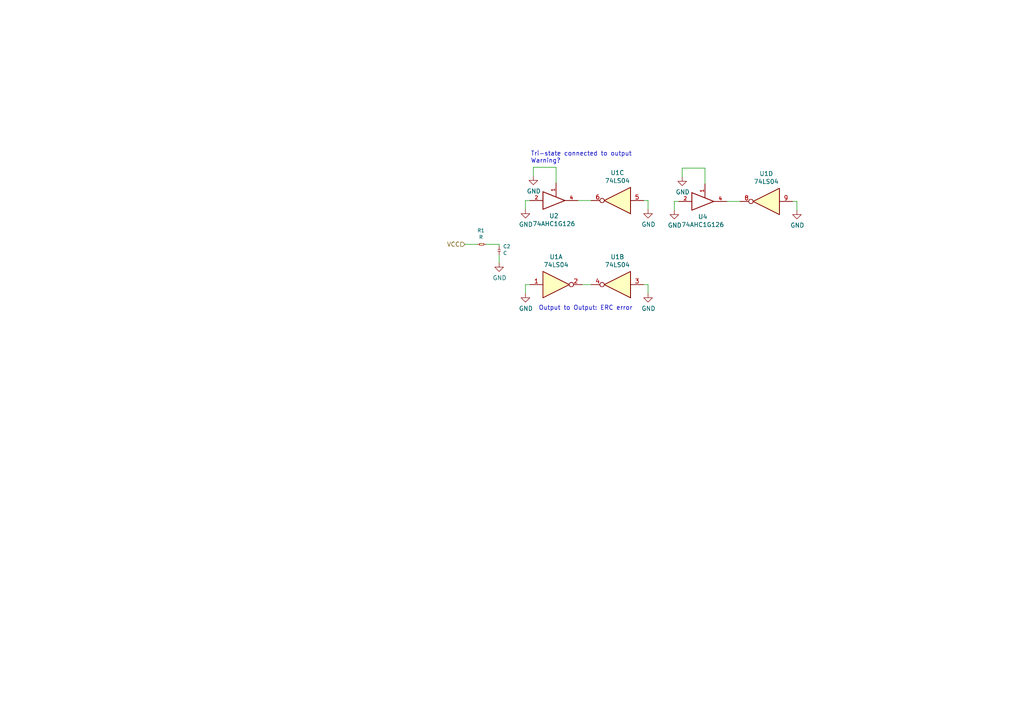
<source format=kicad_sch>
(kicad_sch (version 20211123) (generator eeschema)
  (paper "A4")
  (lib_symbols
    (symbol "74xGxx:74AHC1G126" (pin_names (offset 1.016))
      (property "Reference" "U" (at -2.54 3.81 0))
      (property "Value" "74AHC1G126" (at 0 -3.81 0))
      (symbol "74AHC1G126_0_1"
        (polyline (pts (xy -3.81 2.54) (xy -3.81 -2.54) (xy 2.54 0) (xy -3.81 2.54)) (stroke (width 0.254)))
      )
      (symbol "74AHC1G126_1_1"
        (pin input line (at 0 5.08 270) (length 3.937) (name "~") (number "1"))
        (pin input line (at -7.62 0 0) (length 3.81) (name "~") (number "2"))
        (pin power_in line (at 1.27 -1.27 270) (length 0) hide (name "GND") (number "3"))
        (pin tri_state line (at 6.35 0 180) (length 3.81) (name "~") (number "4"))
        (pin power_in line (at 1.27 1.27 90) (length 0) hide (name "VCC") (number "5"))
      )
    )
    (symbol "74xx:74LS04"
      (property "Reference" "U" (at 0 1.27 0))
      (property "Value" "74LS04" (at 0 -1.27 0))
      (symbol "74LS04_1_0"
        (polyline (pts (xy -3.81 3.81) (xy -3.81 -3.81) (xy 3.81 0) (xy -3.81 3.81)) (stroke (width 0.254)) (fill (type background)))
        (pin input line (at -7.62 0 0) (length 3.81) (name "~") (number "1"))
        (pin output inverted (at 7.62 0 180) (length 3.81) (name "~") (number "2"))
      )
      (symbol "74LS04_2_0"
        (polyline (pts (xy -3.81 3.81) (xy -3.81 -3.81) (xy 3.81 0) (xy -3.81 3.81)) (stroke (width 0.254)) (fill (type background)))
        (pin input line (at -7.62 0 0) (length 3.81) (name "~") (number "3"))
        (pin output inverted (at 7.62 0 180) (length 3.81) (name "~") (number "4"))
      )
      (symbol "74LS04_3_0"
        (polyline (pts (xy -3.81 3.81) (xy -3.81 -3.81) (xy 3.81 0) (xy -3.81 3.81)) (stroke (width 0.254)) (fill (type background)))
        (pin input line (at -7.62 0 0) (length 3.81) (name "~") (number "5"))
        (pin output inverted (at 7.62 0 180) (length 3.81) (name "~") (number "6"))
      )
      (symbol "74LS04_4_0"
        (polyline (pts (xy -3.81 3.81) (xy -3.81 -3.81) (xy 3.81 0) (xy -3.81 3.81)) (stroke (width 0.254)) (fill (type background)))
        (pin output inverted (at 7.62 0 180) (length 3.81) (name "~") (number "8"))
        (pin input line (at -7.62 0 0) (length 3.81) (name "~") (number "9"))
      )
      (symbol "74LS04_5_0"
        (polyline (pts (xy -3.81 3.81) (xy -3.81 -3.81) (xy 3.81 0) (xy -3.81 3.81)) (stroke (width 0.254)) (fill (type background)))
        (pin output inverted (at 7.62 0 180) (length 3.81) (name "~") (number "10"))
        (pin input line (at -7.62 0 0) (length 3.81) (name "~") (number "11"))
      )
      (symbol "74LS04_6_0"
        (polyline (pts (xy -3.81 3.81) (xy -3.81 -3.81) (xy 3.81 0) (xy -3.81 3.81)) (stroke (width 0.254)) (fill (type background)))
        (pin output inverted (at 7.62 0 180) (length 3.81) (name "~") (number "12"))
        (pin input line (at -7.62 0 0) (length 3.81) (name "~") (number "13"))
      )
      (symbol "74LS04_7_0"
        (pin power_in line (at 0 12.7 270) (length 5.08) (name "VCC") (number "14"))
        (pin power_in line (at 0 -12.7 90) (length 5.08) (name "GND") (number "7"))
      )
      (symbol "74LS04_7_1"
        (rectangle (start -5.08 7.62) (end 5.08 -7.62) (stroke (width 0.254)) (fill (type background)))
      )
    )
    (symbol "fail-project-rescue:C-passive" (pin_numbers hide) (pin_names (offset 1.016) hide)
      (property "Reference" "C" (at 0 1.27 0))
      (property "Value" "C-passive" (at 0 -1.27 0))
      (symbol "C-passive_0_1"
        (polyline (pts (xy -0.635 0) (xy -1.27 0)))
        (polyline (pts (xy -0.635 0) (xy -0.381 0)))
        (polyline (pts (xy -0.254 0.381) (xy -0.254 -0.381)))
        (polyline (pts (xy 0.254 0.381) (xy 0.254 -0.381)))
        (polyline (pts (xy 0.635 0) (xy 0.254 0)))
        (polyline (pts (xy 1.27 0) (xy 0.635 0)))
      )
      (symbol "C-passive_1_1"
        (pin passive line (at -1.27 0 0) (length 0) (name "1") (number "1"))
        (pin passive line (at 1.27 0 0) (length 0) (name "2") (number "2"))
      )
    )
    (symbol "fail-project-rescue:R-passive" (pin_numbers hide) (pin_names (offset 1.016) hide)
      (property "Reference" "R" (at 0 1.27 0))
      (property "Value" "R-passive" (at 0 -1.27 0))
      (symbol "R-passive_0_1"
        (polyline (pts (xy -0.635 0) (xy -1.27 0)))
        (polyline (pts (xy 1.27 0) (xy 0.635 0)))
        (rectangle (start 0.635 0.254) (end -0.635 -0.254) (fill (type background)))
      )
      (symbol "R-passive_1_1"
        (pin passive line (at -1.27 0 0) (length 0) (name "1") (number "1"))
        (pin passive line (at 1.27 0 0) (length 0) (name "2") (number "2"))
      )
    )
    (symbol "power:GND" (power) (pin_names (offset 0))
      (property "Value" "GND" (at 0 -3.81 0))
      (symbol "GND_0_1"
        (polyline (pts (xy 0 0) (xy 0 -1.27) (xy 1.27 -1.27) (xy 0 -2.54) (xy -1.27 -1.27) (xy 0 -1.27)))
      )
      (symbol "GND_1_1"
        (pin power_in line (at 0 0 270) (length 0) hide (name "GND") (number "1"))
      )
    )
  )
  (wire (pts (xy 210.82 58.42) (xy 214.63 58.42)))
  (wire (pts (xy 231.14 58.42) (xy 231.14 60.96)))
  (wire (pts (xy 167.64 58.166) (xy 171.45 58.166)))
  (wire (pts (xy 229.87 58.42) (xy 231.14 58.42)))
  (wire (pts (xy 161.29 48.514) (xy 161.29 53.086)))
  (wire (pts (xy 138.43 70.866) (xy 134.874 70.866)))
  (wire (pts (xy 187.96 58.166) (xy 187.96 60.706)))
  (wire (pts (xy 144.78 70.866) (xy 144.78 71.374)))
  (wire (pts (xy 197.866 51.308) (xy 197.866 48.768)))
  (wire (pts (xy 140.97 70.866) (xy 144.78 70.866)))
  (wire (pts (xy 186.69 82.55) (xy 187.96 82.55)))
  (wire (pts (xy 204.47 48.768) (xy 204.47 53.34)))
  (wire (pts (xy 196.85 58.42) (xy 195.58 58.42)))
  (wire (pts (xy 153.67 82.55) (xy 152.4 82.55)))
  (wire (pts (xy 152.4 58.166) (xy 152.4 60.706)))
  (wire (pts (xy 186.69 58.166) (xy 187.96 58.166)))
  (wire (pts (xy 154.686 48.514) (xy 161.29 48.514)))
  (wire (pts (xy 154.686 51.054) (xy 154.686 48.514)))
  (wire (pts (xy 195.58 58.42) (xy 195.58 60.96)))
  (wire (pts (xy 197.866 48.768) (xy 204.47 48.768)))
  (wire (pts (xy 168.91 82.55) (xy 171.45 82.55)))
  (wire (pts (xy 153.67 58.166) (xy 152.4 58.166)))
  (wire (pts (xy 144.78 73.914) (xy 144.78 76.2)))
  (wire (pts (xy 187.96 82.55) (xy 187.96 85.09)))
  (wire (pts (xy 152.4 82.55) (xy 152.4 85.09)))
  (text "Tri-state connected to output\nWarning?" (at 153.924 47.498 0) (effects (font (size 1.27 1.27)) (justify left bottom)))
  (text "Output to Output: ERC error" (at 156.21 90.17 0) (effects (font (size 1.27 1.27)) (justify left bottom)))
  (hierarchical_label "VCC" (shape input) (at 134.874 70.866 180))
  (symbol (lib_id "fail-project-rescue:R-passive") (at 139.7 70.866 0) (unit 1)
    (property "Reference" "R1" (at 139.4968 66.8528 0) (effects (font (size 1.016 1.016))))
    (property "Value" "R" (at 139.4968 68.7832 0) (effects (font (size 1.016 1.016))))
    (property "Footprint" "Resistor_SMD:R_0402_1005Metric" (effects hide))
  )
  (symbol (lib_id "fail-project-rescue:C-passive") (at 144.78 72.644 270) (unit 1)
    (property "Reference" "C2" (at 145.8976 71.4756 90) (effects (font (size 1.016 1.016)) (justify left)))
    (property "Value" "C" (at 145.8976 73.406 90) (effects (font (size 1.016 1.016)) (justify left)))
    (property "Footprint" "Capacitor_SMD:C_0402_1005Metric" (effects hide))
  )
  (symbol (lib_id "power:GND") (at 144.78 76.2 0) (unit 1)
    (property "Reference" "#PWR03" (effects hide))
    (property "Value" "GND" (at 144.907 80.5942 0))
  )
  (symbol (lib_id "74xx:74LS04") (at 161.29 82.55 0) (unit 1)
    (property "Reference" "U1" (at 161.29 74.4982 0))
    (property "Value" "74LS04" (at 161.29 76.8096 0))
    (property "Datasheet" "http://www.ti.com/lit/gpn/sn74LS04" (effects hide))
  )
  (symbol (lib_id "74xx:74LS04") (at 179.07 82.55 180) (unit 2)
    (property "Reference" "U1" (at 179.07 74.4982 0))
    (property "Value" "74LS04" (at 179.07 76.8096 0))
    (property "Datasheet" "http://www.ti.com/lit/gpn/sn74LS04" (effects hide))
  )
  (symbol (lib_id "power:GND") (at 187.96 85.09 0) (unit 1)
    (property "Reference" "#PWR05" (effects hide))
    (property "Value" "GND" (at 188.087 89.4842 0))
  )
  (symbol (lib_id "power:GND") (at 152.4 85.09 0) (unit 1)
    (property "Reference" "#PWR04" (effects hide))
    (property "Value" "GND" (at 152.527 89.4842 0))
  )
  (symbol (lib_id "power:GND") (at 152.4 60.706 0) (unit 1)
    (property "Reference" "#PWR0101" (effects hide))
    (property "Value" "GND" (at 152.527 65.1002 0))
  )
  (symbol (lib_id "power:GND") (at 195.58 60.96 0) (unit 1)
    (property "Reference" "#PWR06" (effects hide))
    (property "Value" "GND" (at 195.707 65.3542 0))
  )
  (symbol (lib_id "74xGxx:74AHC1G126") (at 161.29 58.166 0) (unit 1)
    (property "Reference" "U2" (at 160.655 62.6174 0))
    (property "Value" "74AHC1G126" (at 160.655 64.9161 0))
    (property "Datasheet" "http://www.ti.com/lit/sg/scyt129e/scyt129e.pdf" (effects hide))
  )
  (symbol (lib_id "power:GND") (at 154.686 51.054 0) (unit 1)
    (property "Reference" "#PWR0103" (effects hide))
    (property "Value" "GND" (at 154.813 55.4482 0))
  )
  (symbol (lib_id "74xGxx:74AHC1G126") (at 204.47 58.42 0) (unit 1)
    (property "Reference" "U4" (at 203.835 62.8714 0))
    (property "Value" "74AHC1G126" (at 203.835 65.1701 0))
    (property "Datasheet" "http://www.ti.com/lit/sg/scyt129e/scyt129e.pdf" (effects hide))
  )
  (symbol (lib_id "74xx:74LS04") (at 179.07 58.166 180) (unit 3)
    (property "Reference" "U1" (at 179.07 50.1142 0))
    (property "Value" "74LS04" (at 179.07 52.4256 0))
    (property "Datasheet" "http://www.ti.com/lit/gpn/sn74LS04" (effects hide))
  )
  (symbol (lib_id "power:GND") (at 197.866 51.308 0) (unit 1)
    (property "Reference" "#PWR07" (effects hide))
    (property "Value" "GND" (at 197.993 55.7022 0))
  )
  (symbol (lib_id "74xx:74LS04") (at 222.25 58.42 180) (unit 4)
    (property "Reference" "U1" (at 222.25 50.3682 0))
    (property "Value" "74LS04" (at 222.25 52.6796 0))
    (property "Datasheet" "http://www.ti.com/lit/gpn/sn74LS04" (effects hide))
  )
  (symbol (lib_id "power:GND") (at 187.96 60.706 0) (unit 1)
    (property "Reference" "#PWR0102" (effects hide))
    (property "Value" "GND" (at 188.087 65.1002 0))
  )
  (symbol (lib_id "power:GND") (at 231.14 60.96 0) (unit 1)
    (property "Reference" "#PWR08" (effects hide))
    (property "Value" "GND" (at 231.267 65.3542 0))
  )
)
</source>
